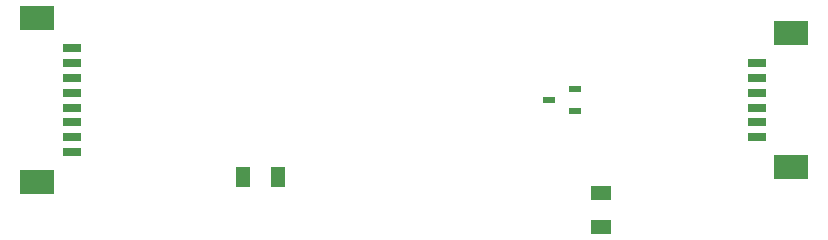
<source format=gbr>
G04 EAGLE Gerber X2 export*
%TF.Part,Single*%
%TF.FileFunction,Paste,Top*%
%TF.FilePolarity,Positive*%
%TF.GenerationSoftware,Autodesk,EAGLE,9.1.0*%
%TF.CreationDate,2020-06-24T00:00:21Z*%
G75*
%MOMM*%
%FSLAX34Y34*%
%LPD*%
%AMOC8*
5,1,8,0,0,1.08239X$1,22.5*%
G01*
%ADD10R,1.050000X0.600000*%
%ADD11R,1.600000X0.800000*%
%ADD12R,3.000000X2.100000*%
%ADD13R,1.680000X1.160000*%
%ADD14R,1.160000X1.680000*%


D10*
X556000Y135500D03*
X556000Y154500D03*
X534000Y145000D03*
D11*
X130040Y188750D03*
X130040Y176250D03*
X130040Y163750D03*
X130040Y151250D03*
X130040Y138750D03*
X130040Y126250D03*
X130040Y113750D03*
X130040Y101250D03*
D12*
X101040Y75750D03*
X101040Y214250D03*
D13*
X578000Y66750D03*
X578000Y37250D03*
D14*
X304750Y80000D03*
X275250Y80000D03*
D11*
X710000Y113750D03*
X710000Y126250D03*
X710000Y138750D03*
X710000Y151250D03*
X710000Y163750D03*
X710000Y176250D03*
D12*
X739000Y88250D03*
X739000Y201750D03*
M02*

</source>
